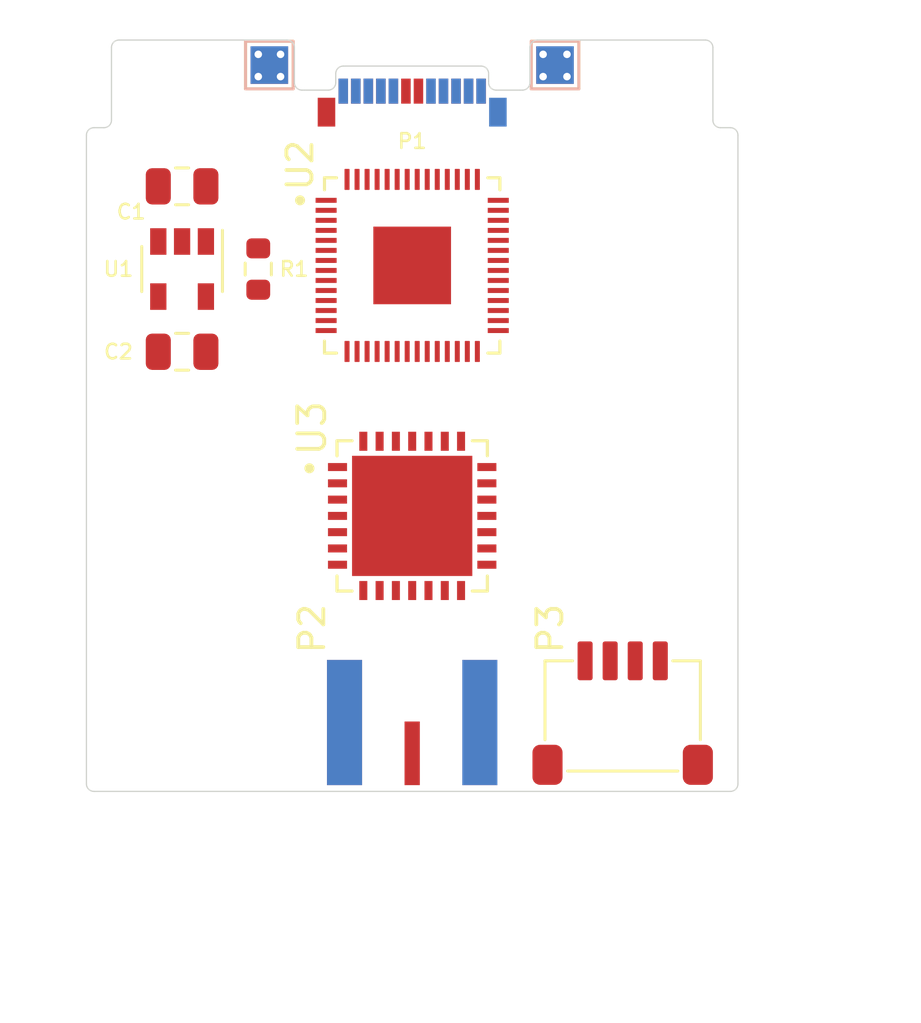
<source format=kicad_pcb>
(kicad_pcb (version 20211014) (generator pcbnew)
  (title_block (title "Expansion Card Template") (rev "X1") (company "Framework") (comment 1 "This work is licensed under a Creative Commons Attribution 4.0 International License") (comment 4 "https://frame.work"))
  (layers (0 "F.Cu" signal) (31 "B.Cu" signal) (34 "B.Paste" user) (35 "F.Paste" user) (36 "B.SilkS" user "B.Silkscreen") (37 "F.SilkS" user "F.Silkscreen") (38 "B.Mask" user) (39 "F.Mask" user) (44 "Edge.Cuts" user))
  (net 0 "")
  (net 1 "GND")
  (net 2 "+3V3")
  (net 3 "VBUS")
  (net 4 "Net-(P1-PadA5)")
  (net 5 "/USB_DP")
  (net 6 "/USB_DN")
  (net 9 "Net-(U2-Pad1)")
  (net 29 "Net-(U2-Pad23)")
  (net 69 "Net-(U3-Pad15)")
  (net 87 "Net-(P2-Pad2)")
  (footprint "Package_TO_SOT_SMD:SOT-23-5" (layer "F.Cu") (at 130.818 136.144 -90)
    (fp_text reference "U1" (at 0 2.54 180) (layer "F.SilkS") (effects (font (size 0.5842 0.5842) (thickness 0.1016))))
    (fp_text value "AP2112K-3.3")
    (fp_line (start -0.9 1.61) (end 0.9 1.61) (layer "F.SilkS") (width 0.12))
    (fp_line (start 0.9 -1.61) (end -1.55 -1.61) (layer "F.SilkS") (width 0.12))
    (pad "1" smd rect locked (at -1.1 -0.95 270) (size 1.06 0.65) (layers "F.Cu" "F.Paste" "F.Mask") (net 3 "VBUS"))
    (pad "2" smd rect locked (at -1.1 0 270) (size 1.06 0.65) (layers "F.Cu" "F.Paste" "F.Mask") (net 1 "GND"))
    (pad "3" smd rect locked (at -1.1 0.95 270) (size 1.06 0.65) (layers "F.Cu" "F.Paste" "F.Mask") (net 3 "VBUS"))
    (pad "4" smd rect locked (at 1.1 0.95 270) (size 1.06 0.65) (layers "F.Cu" "F.Paste" "F.Mask"))
    (pad "5" smd rect locked (at 1.1 -0.95 270) (size 1.06 0.65) (layers "F.Cu" "F.Paste" "F.Mask") (net 2 "+3V3"))
  )
  (footprint "Capacitor_SMD:C_0805_2012Metric" (layer "F.Cu") (at 130.818 132.842 180)
    (fp_text reference "C1" (at 2.032 -1.016) (layer "F.SilkS") (effects (font (size 0.5842 0.5842) (thickness 0.1016))))
    (fp_text value "10uF")
    (fp_line (start -0.261252 0.735) (end 0.261252 0.735) (layer "F.SilkS") (width 0.12))
    (fp_line (start -0.261252 -0.735) (end 0.261252 -0.735) (layer "F.SilkS") (width 0.12))
    (pad "1" smd roundrect locked (at -0.95 0 180) (size 1 1.45) (layers "F.Cu" "F.Paste" "F.Mask") (net 3 "VBUS"))
    (pad "2" smd roundrect locked (at 0.95 0 180) (size 1 1.45) (layers "F.Cu" "F.Paste" "F.Mask") (net 1 "GND"))
  )
  (footprint "Resistor_SMD:R_0603_1608Metric" (layer "F.Cu") (at 133.858 136.144 -90)
    (fp_text reference "R1" (at 0 -1.43 180) (layer "F.SilkS") (effects (font (size 0.5842 0.5842) (thickness 0.1016))))
    (fp_text value "5.1k")
    (fp_line (start -0.237258 -0.5225) (end 0.237258 -0.5225) (layer "F.SilkS") (width 0.12))
    (fp_line (start -0.237258 0.5225) (end 0.237258 0.5225) (layer "F.SilkS") (width 0.12))
    (pad "1" smd roundrect locked (at -0.825 0 270) (size 0.8 0.95) (layers "F.Cu" "F.Paste" "F.Mask") (net 4 "Net-(P1-PadA5)"))
    (pad "2" smd roundrect locked (at 0.825 0 270) (size 0.8 0.95) (layers "F.Cu" "F.Paste" "F.Mask") (net 1 "GND"))
  )
  (footprint "Expansion_Card:USB_C_Plug_Molex_105444" (layer "F.Cu") (at 140 129)
    (fp_text reference "P1" (at 0 2.04) (layer "F.SilkS") (effects (font (size 0.5842 0.5842) (thickness 0.1016))))
    (fp_text value "USB_C_Plug_USB2.0")
    (fp_line (start -3.35 0) (end -4.3 0) (layer "Edge.Cuts") (width 0.05))
    (fp_line (start 3.05 -0.66) (end 3.05 -0.3) (layer "Edge.Cuts") (width 0.05))
    (fp_line (start -3.05 -0.66) (end -3.05 -0.3) (layer "Edge.Cuts") (width 0.05))
    (fp_line (start 3.35 0) (end 4.3 0) (layer "Edge.Cuts") (width 0.05))
    (fp_line (start -2.75 -0.96) (end 2.75 -0.96) (layer "Edge.Cuts") (width 0.05))
    (fp_arc (start -3.05 -0.66) (mid -2.962132 -0.872132) (end -2.75 -0.96) (layer "Edge.Cuts") (width 0.05))
    (fp_arc (start -3.05 -0.3) (mid -3.137868 -0.087868) (end -3.35 0) (layer "Edge.Cuts") (width 0.05))
    (fp_arc (start 3.35 0) (mid 3.137868 -0.087868) (end 3.05 -0.3) (layer "Edge.Cuts") (width 0.05))
    (fp_arc (start 2.75 -0.96) (mid 2.962132 -0.872132) (end 3.05 -0.66) (layer "Edge.Cuts") (width 0.05))
    (pad "A1" smd rect locked (at -2.75 0.04) (size 0.38 1) (layers "F.Cu" "F.Paste" "F.Mask") (net 1 "GND"))
    (pad "A2" smd rect locked (at -2.25 0.04) (size 0.38 1) (layers "F.Cu" "F.Paste" "F.Mask"))
    (pad "A3" smd rect locked (at -1.75 0.04) (size 0.38 1) (layers "F.Cu" "F.Paste" "F.Mask"))
    (pad "A4" smd rect locked (at -1.25 0.04) (size 0.38 1) (layers "F.Cu" "F.Paste" "F.Mask") (net 3 "VBUS"))
    (pad "A5" smd rect locked (at -0.75 0.04) (size 0.38 1) (layers "F.Cu" "F.Paste" "F.Mask") (net 4 "Net-(P1-PadA5)"))
    (pad "A6" smd rect locked (at -0.25 0.04) (size 0.38 1) (layers "F.Cu" "F.Paste" "F.Mask") (net 5 "/USB_DP"))
    (pad "A7" smd rect locked (at 0.25 0.04) (size 0.38 1) (layers "F.Cu" "F.Paste" "F.Mask") (net 6 "/USB_DN"))
    (pad "A8" smd rect locked (at 0.75 0.04) (size 0.38 1) (layers "F.Cu" "F.Paste" "F.Mask"))
    (pad "A9" smd rect locked (at 1.25 0.04) (size 0.38 1) (layers "F.Cu" "F.Paste" "F.Mask") (net 3 "VBUS"))
    (pad "A10" smd rect locked (at 1.75 0.04) (size 0.38 1) (layers "F.Cu" "F.Paste" "F.Mask"))
    (pad "A11" smd rect locked (at 2.25 0.04) (size 0.38 1) (layers "F.Cu" "F.Paste" "F.Mask"))
    (pad "A12" smd rect locked (at 2.75 0.04) (size 0.38 1) (layers "F.Cu" "F.Paste" "F.Mask") (net 1 "GND"))
    (pad "B1" smd rect locked (at 2.75 0.04) (size 0.38 1) (layers "B.Cu" "B.Paste" "B.Mask") (net 1 "GND"))
    (pad "B2" smd rect locked (at 2.25 0.04) (size 0.38 1) (layers "B.Cu" "B.Paste" "B.Mask"))
    (pad "B3" smd rect locked (at 1.75 0.04) (size 0.38 1) (layers "B.Cu" "B.Paste" "B.Mask"))
    (pad "B4" smd rect locked (at 1.25 0.04) (size 0.38 1) (layers "B.Cu" "B.Paste" "B.Mask") (net 3 "VBUS"))
    (pad "B5" smd rect locked (at 0.75 0.04) (size 0.38 1) (layers "B.Cu" "B.Paste" "B.Mask"))
    (pad "B8" smd rect locked (at -0.75 0.04) (size 0.38 1) (layers "B.Cu" "B.Paste" "B.Mask"))
    (pad "B9" smd rect locked (at -1.25 0.04) (size 0.38 1) (layers "B.Cu" "B.Paste" "B.Mask") (net 3 "VBUS"))
    (pad "B10" smd rect locked (at -1.75 0.04) (size 0.38 1) (layers "B.Cu" "B.Paste" "B.Mask"))
    (pad "B11" smd rect locked (at -2.25 0.04) (size 0.38 1) (layers "B.Cu" "B.Paste" "B.Mask"))
    (pad "B12" smd rect locked (at -2.75 0.04) (size 0.38 1) (layers "B.Cu" "B.Paste" "B.Mask") (net 1 "GND"))
    (pad "S1" smd rect locked (at -3.42 0.88) (size 0.7 1.15) (layers "F.Cu" "F.Paste" "F.Mask") (net 1 "GND"))
    (pad "S1" smd rect locked (at 3.42 0.88) (size 0.7 1.15) (layers "B.Cu" "B.Paste" "B.Mask") (net 1 "GND"))
  )
  (footprint "Capacitor_SMD:C_0805_2012Metric" (layer "F.Cu") (at 130.818 139.446 180)
    (fp_text reference "C2" (at 2.54 0) (layer "F.SilkS") (effects (font (size 0.5842 0.5842) (thickness 0.1016))))
    (fp_text value "10uF")
    (fp_line (start -0.261252 -0.735) (end 0.261252 -0.735) (layer "F.SilkS") (width 0.12))
    (fp_line (start -0.261252 0.735) (end 0.261252 0.735) (layer "F.SilkS") (width 0.12))
    (pad "1" smd roundrect locked (at -0.95 0 180) (size 1 1.45) (layers "F.Cu" "F.Paste" "F.Mask") (net 2 "+3V3"))
    (pad "2" smd roundrect locked (at 0.95 0 180) (size 1 1.45) (layers "F.Cu" "F.Paste" "F.Mask") (net 1 "GND"))
  )
  (footprint "MountingHole:MountingHole_2.2mm_M2" (layer "F.Cu") (at 128.7 146.5)
    (fp_text reference "H1" hide)
    (fp_text value "MountingHole")
    (pad "" np_thru_hole circle locked (at 0 0) (size 2.2 2.2) (drill 2.2) (layers *.Cu *.Mask))
  )
  (footprint "MountingHole:MountingHole_2.2mm_M2" (layer "F.Cu") (at 151.3 146.5)
    (fp_text reference "H2" hide)
    (fp_text value "MountingHole")
    (pad "" np_thru_hole circle locked (at 0 0) (size 2.2 2.2) (drill 2.2) (layers *.Cu *.Mask))
  )
  (footprint "TestPoint:TestPoint_Pad_1.5x1.5mm" (layer "F.Cu") (at 134.3 128)
    (fp_text reference "TP1" hide)
    (fp_text value "TestPoint")
    (fp_line (start 0.95 0.95) (end -0.95 0.95) (layer "F.SilkS") (width 0.12))
    (fp_line (start -0.95 0.95) (end -0.95 -0.95) (layer "F.SilkS") (width 0.12))
    (fp_line (start -0.95 -0.95) (end 0.95 -0.95) (layer "F.SilkS") (width 0.12))
    (fp_line (start 0.95 -0.95) (end 0.95 0.95) (layer "F.SilkS") (width 0.12))
    (pad "1" smd rect locked (at 0 0) (size 1.5 1.5) (layers "F.Cu" "F.Mask") (net 1 "GND"))
  )
  (footprint "TestPoint:TestPoint_Pad_1.5x1.5mm" (layer "F.Cu") (at 145.7 128)
    (fp_text reference "TP3" hide)
    (fp_text value "TestPoint")
    (fp_line (start 0.95 0.95) (end -0.95 0.95) (layer "F.SilkS") (width 0.12))
    (fp_line (start -0.95 -0.95) (end 0.95 -0.95) (layer "F.SilkS") (width 0.12))
    (fp_line (start 0.95 -0.95) (end 0.95 0.95) (layer "F.SilkS") (width 0.12))
    (fp_line (start -0.95 0.95) (end -0.95 -0.95) (layer "F.SilkS") (width 0.12))
    (pad "1" smd rect locked (at 0 0) (size 1.5 1.5) (layers "F.Cu" "F.Mask") (net 1 "GND"))
  )
  (footprint "KKicadLib:CCSH-W10R-04" (layer "F.Cu") (at 148.4 151.78775)
    (fp_text reference "P3" (at -2.9 -1.28775 90 unlocked) (layer "F.SilkS"))
    (fp_text value "Conn_01x04_Male")
    (fp_line (start -2.2 4.4) (end 2.2 4.4) (layer "F.SilkS") (width 0.12))
    (fp_line (start 3.1 0) (end 2 0) (layer "F.SilkS") (width 0.12))
    (fp_line (start 3.1 3.15) (end 3.1 0) (layer "F.SilkS") (width 0.12))
    (fp_line (start -3.1 0) (end -3 0) (layer "F.SilkS") (width 0.12))
    (fp_line (start -3.1 3.15) (end -3.1 0) (layer "F.SilkS") (width 0.12))
    (fp_line (start -3.1 0) (end -2 0) (layer "F.SilkS") (width 0.12))
    (pad "1" smd roundrect (at -1.5 0) (size 0.6 1.551) (layers "F.Cu" "F.Paste" "F.Mask") (roundrect_rratio 0.15))
    (pad "2" smd roundrect (at -0.5 0) (size 0.6 1.551) (layers "F.Cu" "F.Paste" "F.Mask") (roundrect_rratio 0.15))
    (pad "3" smd roundrect (at 0.5 0) (size 0.6 1.551) (layers "F.Cu" "F.Paste" "F.Mask") (roundrect_rratio 0.15))
    (pad "4" smd roundrect (at 1.5 0) (size 0.6 1.551) (layers "F.Cu" "F.Paste" "F.Mask") (roundrect_rratio 0.15))
    (pad "MECH" smd roundrect (at -3 4.15) (size 1.2 1.6) (layers "F.Cu" "F.Paste" "F.Mask"))
    (pad "MECH" smd roundrect (at 3 4.15) (size 1.2 1.6) (layers "F.Cu" "F.Paste" "F.Mask"))
  )
  (footprint "KKicadLib:SMA_Female_Edge_60312202114513" (layer "F.Cu") (at 140 156.75)
    (property "VALUE" "60312202114513")
    (fp_text reference "P2" (at -4 -6.25 90) (layer "F.SilkS"))
    (fp_text value "SMA Jack, Female")
    (pad "1" smd rect (at 0 -1.27) (size 0.61 2.54) (layers "F.Cu" "F.Paste" "F.Mask"))
    (pad "2" smd rect (at -2.7 -2.5) (size 1.4 5) (layers "F.Cu" "F.Paste" "F.Mask") (net 87 "Net-(P2-Pad2)"))
    (pad "3" smd rect (at 2.7 -2.5) (size 1.4 5) (layers "F.Cu" "F.Paste" "F.Mask") (net 87 "Net-(P2-Pad2)"))
    (pad "4" smd rect (at -2.7 -2.5) (size 1.4 5) (layers "B.Cu" "B.Paste" "B.Mask") (net 87 "Net-(P2-Pad2)"))
    (pad "5" smd rect (at 2.7 -2.5) (size 1.4 5) (layers "B.Cu" "B.Paste" "B.Mask") (net 87 "Net-(P2-Pad2)"))
  )
  (footprint "KKicadLib:QFN40P700X700X90-57N" (layer "F.Cu") (at 140 136)
    (fp_text reference "U2" (at -4.475 -4 90) (layer "F.SilkS"))
    (fp_text value "RP2040TR7")
    (fp_line (start 3.5 3.5) (end 3.5 3.02) (layer "F.SilkS") (width 0.127))
    (fp_line (start -3.5 -3.5) (end -3.02 -3.5) (layer "F.SilkS") (width 0.127))
    (fp_line (start 3.5 3.5) (end 3.02 3.5) (layer "F.SilkS") (width 0.127))
    (fp_line (start 3.5 -3.5) (end 3.5 -3.02) (layer "F.SilkS") (width 0.127))
    (fp_line (start -3.5 3.5) (end -3.02 3.5) (layer "F.SilkS") (width 0.127))
    (fp_line (start -3.5 -3.5) (end -3.5 -3.02) (layer "F.SilkS") (width 0.127))
    (fp_line (start -3.5 3.5) (end -3.5 3.02) (layer "F.SilkS") (width 0.127))
    (fp_line (start 3.5 -3.5) (end 3.02 -3.5) (layer "F.SilkS") (width 0.127))
    (fp_circle (center -4.475 -2.6) (end -4.375 -2.6) (layer "F.SilkS") (width 0.2) (fill none))
    (pad "1" smd roundrect (at -3.435 -2.6) (size 0.84 0.2) (layers "F.Cu" "F.Paste" "F.Mask") (roundrect_rratio 0.03) (net 9 "Net-(U2-Pad1)"))
    (pad "2" smd roundrect (at -3.435 -2.2) (size 0.84 0.2) (layers "F.Cu" "F.Paste" "F.Mask") (roundrect_rratio 0.03))
    (pad "3" smd roundrect (at -3.435 -1.8) (size 0.84 0.2) (layers "F.Cu" "F.Paste" "F.Mask") (roundrect_rratio 0.03))
    (pad "4" smd roundrect (at -3.435 -1.4) (size 0.84 0.2) (layers "F.Cu" "F.Paste" "F.Mask") (roundrect_rratio 0.03))
    (pad "5" smd roundrect (at -3.435 -1) (size 0.84 0.2) (layers "F.Cu" "F.Paste" "F.Mask") (roundrect_rratio 0.03))
    (pad "6" smd roundrect (at -3.435 -0.6) (size 0.84 0.2) (layers "F.Cu" "F.Paste" "F.Mask") (roundrect_rratio 0.03))
    (pad "7" smd roundrect (at -3.435 -0.2) (size 0.84 0.2) (layers "F.Cu" "F.Paste" "F.Mask") (roundrect_rratio 0.03))
    (pad "8" smd roundrect (at -3.435 0.2) (size 0.84 0.2) (layers "F.Cu" "F.Paste" "F.Mask") (roundrect_rratio 0.03))
    (pad "9" smd roundrect (at -3.435 0.6) (size 0.84 0.2) (layers "F.Cu" "F.Paste" "F.Mask") (roundrect_rratio 0.03))
    (pad "10" smd roundrect (at -3.435 1) (size 0.84 0.2) (layers "F.Cu" "F.Paste" "F.Mask") (roundrect_rratio 0.03) (net 9 "Net-(U2-Pad1)"))
    (pad "11" smd roundrect (at -3.435 1.4) (size 0.84 0.2) (layers "F.Cu" "F.Paste" "F.Mask") (roundrect_rratio 0.03))
    (pad "12" smd roundrect (at -3.435 1.8) (size 0.84 0.2) (layers "F.Cu" "F.Paste" "F.Mask") (roundrect_rratio 0.03))
    (pad "13" smd roundrect (at -3.435 2.2) (size 0.84 0.2) (layers "F.Cu" "F.Paste" "F.Mask") (roundrect_rratio 0.03))
    (pad "14" smd roundrect (at -3.435 2.6) (size 0.84 0.2) (layers "F.Cu" "F.Paste" "F.Mask") (roundrect_rratio 0.03))
    (pad "15" smd roundrect (at -2.6 3.435) (size 0.2 0.84) (layers "F.Cu" "F.Paste" "F.Mask") (roundrect_rratio 0.1))
    (pad "16" smd roundrect (at -2.2 3.435) (size 0.2 0.84) (layers "F.Cu" "F.Paste" "F.Mask") (roundrect_rratio 0.1))
    (pad "17" smd roundrect (at -1.8 3.435) (size 0.2 0.84) (layers "F.Cu" "F.Paste" "F.Mask") (roundrect_rratio 0.1))
    (pad "18" smd roundrect (at -1.4 3.435) (size 0.2 0.84) (layers "F.Cu" "F.Paste" "F.Mask") (roundrect_rratio 0.1))
    (pad "19" smd roundrect (at -1 3.435) (size 0.2 0.84) (layers "F.Cu" "F.Paste" "F.Mask") (roundrect_rratio 0.1))
    (pad "20" smd roundrect (at -0.6 3.435) (size 0.2 0.84) (layers "F.Cu" "F.Paste" "F.Mask") (roundrect_rratio 0.1))
    (pad "21" smd roundrect (at -0.2 3.435) (size 0.2 0.84) (layers "F.Cu" "F.Paste" "F.Mask") (roundrect_rratio 0.1))
    (pad "22" smd roundrect (at 0.2 3.435) (size 0.2 0.84) (layers "F.Cu" "F.Paste" "F.Mask") (roundrect_rratio 0.1) (net 9 "Net-(U2-Pad1)"))
    (pad "23" smd roundrect (at 0.6 3.435) (size 0.2 0.84) (layers "F.Cu" "F.Paste" "F.Mask") (roundrect_rratio 0.1) (net 29 "Net-(U2-Pad23)"))
    (pad "24" smd roundrect (at 1 3.435) (size 0.2 0.84) (layers "F.Cu" "F.Paste" "F.Mask") (roundrect_rratio 0.1))
    (pad "25" smd roundrect (at 1.4 3.435) (size 0.2 0.84) (layers "F.Cu" "F.Paste" "F.Mask") (roundrect_rratio 0.1))
    (pad "26" smd roundrect (at 1.8 3.435) (size 0.2 0.84) (layers "F.Cu" "F.Paste" "F.Mask") (roundrect_rratio 0.1))
    (pad "27" smd roundrect (at 2.2 3.435) (size 0.2 0.84) (layers "F.Cu" "F.Paste" "F.Mask") (roundrect_rratio 0.1))
    (pad "28" smd roundrect (at 2.6 3.435) (size 0.2 0.84) (layers "F.Cu" "F.Paste" "F.Mask") (roundrect_rratio 0.1))
    (pad "29" smd roundrect (at 3.435 2.6) (size 0.84 0.2) (layers "F.Cu" "F.Paste" "F.Mask") (roundrect_rratio 0.03))
    (pad "30" smd roundrect (at 3.435 2.2) (size 0.84 0.2) (layers "F.Cu" "F.Paste" "F.Mask") (roundrect_rratio 0.03))
    (pad "31" smd roundrect (at 3.435 1.8) (size 0.84 0.2) (layers "F.Cu" "F.Paste" "F.Mask") (roundrect_rratio 0.03))
    (pad "32" smd roundrect (at 3.435 1.4) (size 0.84 0.2) (layers "F.Cu" "F.Paste" "F.Mask") (roundrect_rratio 0.03))
    (pad "33" smd roundrect (at 3.435 1) (size 0.84 0.2) (layers "F.Cu" "F.Paste" "F.Mask") (roundrect_rratio 0.03) (net 9 "Net-(U2-Pad1)"))
    (pad "34" smd roundrect (at 3.435 0.6) (size 0.84 0.2) (layers "F.Cu" "F.Paste" "F.Mask") (roundrect_rratio 0.03))
    (pad "35" smd roundrect (at 3.435 0.2) (size 0.84 0.2) (layers "F.Cu" "F.Paste" "F.Mask") (roundrect_rratio 0.03))
    (pad "36" smd roundrect (at 3.435 -0.2) (size 0.84 0.2) (layers "F.Cu" "F.Paste" "F.Mask") (roundrect_rratio 0.03))
    (pad "37" smd roundrect (at 3.435 -0.6) (size 0.84 0.2) (layers "F.Cu" "F.Paste" "F.Mask") (roundrect_rratio 0.03))
    (pad "38" smd roundrect (at 3.435 -1) (size 0.84 0.2) (layers "F.Cu" "F.Paste" "F.Mask") (roundrect_rratio 0.03))
    (pad "39" smd roundrect (at 3.435 -1.4) (size 0.84 0.2) (layers "F.Cu" "F.Paste" "F.Mask") (roundrect_rratio 0.03))
    (pad "40" smd roundrect (at 3.435 -1.8) (size 0.84 0.2) (layers "F.Cu" "F.Paste" "F.Mask") (roundrect_rratio 0.03))
    (pad "41" smd roundrect (at 3.435 -2.2) (size 0.84 0.2) (layers "F.Cu" "F.Paste" "F.Mask") (roundrect_rratio 0.03))
    (pad "42" smd roundrect (at 3.435 -2.6) (size 0.84 0.2) (layers "F.Cu" "F.Paste" "F.Mask") (roundrect_rratio 0.03) (net 9 "Net-(U2-Pad1)"))
    (pad "43" smd roundrect (at 2.6 -3.435) (size 0.2 0.84) (layers "F.Cu" "F.Paste" "F.Mask") (roundrect_rratio 0.1))
    (pad "44" smd roundrect (at 2.2 -3.435) (size 0.2 0.84) (layers "F.Cu" "F.Paste" "F.Mask") (roundrect_rratio 0.1))
    (pad "45" smd roundrect (at 1.8 -3.435) (size 0.2 0.84) (layers "F.Cu" "F.Paste" "F.Mask") (roundrect_rratio 0.1))
    (pad "46" smd roundrect (at 1.4 -3.435) (size 0.2 0.84) (layers "F.Cu" "F.Paste" "F.Mask") (roundrect_rratio 0.1))
    (pad "47" smd roundrect (at 1 -3.435) (size 0.2 0.84) (layers "F.Cu" "F.Paste" "F.Mask") (roundrect_rratio 0.1))
    (pad "48" smd roundrect (at 0.6 -3.435) (size 0.2 0.84) (layers "F.Cu" "F.Paste" "F.Mask") (roundrect_rratio 0.1))
    (pad "49" smd roundrect (at 0.2 -3.435) (size 0.2 0.84) (layers "F.Cu" "F.Paste" "F.Mask") (roundrect_rratio 0.1) (net 9 "Net-(U2-Pad1)"))
    (pad "50" smd roundrect (at -0.2 -3.435) (size 0.2 0.84) (layers "F.Cu" "F.Paste" "F.Mask") (roundrect_rratio 0.1) (net 29 "Net-(U2-Pad23)"))
    (pad "51" smd roundrect (at -0.6 -3.435) (size 0.2 0.84) (layers "F.Cu" "F.Paste" "F.Mask") (roundrect_rratio 0.1))
    (pad "52" smd roundrect (at -1 -3.435) (size 0.2 0.84) (layers "F.Cu" "F.Paste" "F.Mask") (roundrect_rratio 0.1))
    (pad "53" smd roundrect (at -1.4 -3.435) (size 0.2 0.84) (layers "F.Cu" "F.Paste" "F.Mask") (roundrect_rratio 0.1))
    (pad "54" smd roundrect (at -1.8 -3.435) (size 0.2 0.84) (layers "F.Cu" "F.Paste" "F.Mask") (roundrect_rratio 0.1))
    (pad "55" smd roundrect (at -2.2 -3.435) (size 0.2 0.84) (layers "F.Cu" "F.Paste" "F.Mask") (roundrect_rratio 0.1))
    (pad "56" smd roundrect (at -2.6 -3.435) (size 0.2 0.84) (layers "F.Cu" "F.Paste" "F.Mask") (roundrect_rratio 0.1))
    (pad "57" smd rect (at 0 0) (size 3.1 3.1) (layers "F.Cu" "F.Mask"))
  )
  (footprint "KKicadLib:QFN65P600X600X100-29N" (layer "F.Cu") (at 140 146)
    (fp_text reference "U3" (at -4 -3.5 90) (layer "F.SilkS") (effects (font (size 1.079764 1.079764))))
    (fp_text value "SX1276IMLTRT")
    (fp_line (start -3 -3) (end -3 -2.4) (layer "F.SilkS") (width 0.127))
    (fp_line (start 3 3) (end 3 2.4) (layer "F.SilkS") (width 0.127))
    (fp_line (start 3 3) (end 2.4 3) (layer "F.SilkS") (width 0.127))
    (fp_line (start -3 3) (end -2.4 3) (layer "F.SilkS") (width 0.127))
    (fp_line (start -3 3) (end -3 2.4) (layer "F.SilkS") (width 0.127))
    (fp_line (start -3 -3) (end -2.4 -3) (layer "F.SilkS") (width 0.127))
    (fp_line (start 3 -3) (end 2.4 -3) (layer "F.SilkS") (width 0.127))
    (fp_line (start 3 -3) (end 3 -2.4) (layer "F.SilkS") (width 0.127))
    (fp_circle (center -4.1 -1.9) (end -4 -1.9) (layer "F.SilkS") (width 0.2) (fill none))
    (pad "1" smd rect locked (at -2.98 -1.95) (size 0.76 0.32) (layers "F.Cu" "F.Paste" "F.Mask"))
    (pad "2" smd rect locked (at -2.98 -1.3) (size 0.76 0.32) (layers "F.Cu" "F.Paste" "F.Mask"))
    (pad "3" smd rect locked (at -2.98 -0.65) (size 0.76 0.32) (layers "F.Cu" "F.Paste" "F.Mask"))
    (pad "4" smd rect locked (at -2.98 0) (size 0.76 0.32) (layers "F.Cu" "F.Paste" "F.Mask"))
    (pad "5" smd rect locked (at -2.98 0.65) (size 0.76 0.32) (layers "F.Cu" "F.Paste" "F.Mask"))
    (pad "6" smd rect locked (at -2.98 1.3) (size 0.76 0.32) (layers "F.Cu" "F.Paste" "F.Mask"))
    (pad "7" smd rect locked (at -2.98 1.95) (size 0.76 0.32) (layers "F.Cu" "F.Paste" "F.Mask"))
    (pad "8" smd rect locked (at -1.95 2.98 270) (size 0.76 0.32) (layers "F.Cu" "F.Paste" "F.Mask"))
    (pad "9" smd rect locked (at -1.3 2.98 270) (size 0.76 0.32) (layers "F.Cu" "F.Paste" "F.Mask"))
    (pad "10" smd rect locked (at -0.65 2.98 270) (size 0.76 0.32) (layers "F.Cu" "F.Paste" "F.Mask"))
    (pad "11" smd rect locked (at 0 2.98 270) (size 0.76 0.32) (layers "F.Cu" "F.Paste" "F.Mask"))
    (pad "12" smd rect locked (at 0.65 2.98 270) (size 0.76 0.32) (layers "F.Cu" "F.Paste" "F.Mask"))
    (pad "13" smd rect locked (at 1.3 2.98 270) (size 0.76 0.32) (layers "F.Cu" "F.Paste" "F.Mask"))
    (pad "14" smd rect locked (at 1.95 2.98 270) (size 0.76 0.32) (layers "F.Cu" "F.Paste" "F.Mask"))
    (pad "15" smd rect locked (at 2.98 1.95 180) (size 0.76 0.32) (layers "F.Cu" "F.Paste" "F.Mask") (net 69 "Net-(U3-Pad15)"))
    (pad "16" smd rect locked (at 2.98 1.3 180) (size 0.76 0.32) (layers "F.Cu" "F.Paste" "F.Mask"))
    (pad "17" smd rect locked (at 2.98 0.65 180) (size 0.76 0.32) (layers "F.Cu" "F.Paste" "F.Mask"))
    (pad "18" smd rect locked (at 2.98 0 180) (size 0.76 0.32) (layers "F.Cu" "F.Paste" "F.Mask"))
    (pad "19" smd rect locked (at 2.98 -0.65 180) (size 0.76 0.32) (layers "F.Cu" "F.Paste" "F.Mask"))
    (pad "20" smd rect locked (at 2.98 -1.3 180) (size 0.76 0.32) (layers "F.Cu" "F.Paste" "F.Mask"))
    (pad "21" smd rect locked (at 2.98 -1.95 180) (size 0.76 0.32) (layers "F.Cu" "F.Paste" "F.Mask"))
    (pad "22" smd rect locked (at 1.95 -2.98 90) (size 0.76 0.32) (layers "F.Cu" "F.Paste" "F.Mask"))
    (pad "23" smd rect locked (at 1.3 -2.98 90) (size 0.76 0.32) (layers "F.Cu" "F.Paste" "F.Mask") (net 69 "Net-(U3-Pad15)"))
    (pad "24" smd rect locked (at 0.65 -2.98 90) (size 0.76 0.32) (layers "F.Cu" "F.Paste" "F.Mask"))
    (pad "25" smd rect locked (at 0 -2.98 90) (size 0.76 0.32) (layers "F.Cu" "F.Paste" "F.Mask"))
    (pad "26" smd rect locked (at -0.65 -2.98 90) (size 0.76 0.32) (layers "F.Cu" "F.Paste" "F.Mask") (net 69 "Net-(U3-Pad15)"))
    (pad "27" smd rect locked (at -1.3 -2.98 90) (size 0.76 0.32) (layers "F.Cu" "F.Paste" "F.Mask"))
    (pad "28" smd rect locked (at -1.95 -2.98 90) (size 0.76 0.32) (layers "F.Cu" "F.Paste" "F.Mask"))
    (pad "29" smd rect locked (at 0 0) (size 4.8 4.8) (layers "F.Cu" "F.Mask") (net 69 "Net-(U3-Pad15)"))
  )
  (footprint "TestPoint:TestPoint_Pad_1.5x1.5mm" (layer "B.Cu") (at 134.3 128)
    (fp_text reference "TP2" hide)
    (fp_text value "TestPoint")
    (fp_line (start -0.95 -0.95) (end -0.95 0.95) (layer "B.SilkS") (width 0.12))
    (fp_line (start -0.95 0.95) (end 0.95 0.95) (layer "B.SilkS") (width 0.12))
    (fp_line (start 0.95 -0.95) (end -0.95 -0.95) (layer "B.SilkS") (width 0.12))
    (fp_line (start 0.95 0.95) (end 0.95 -0.95) (layer "B.SilkS") (width 0.12))
    (pad "1" smd rect locked (at 0 0) (size 1.5 1.5) (layers "B.Cu" "B.Mask") (net 1 "GND"))
  )
  (footprint "TestPoint:TestPoint_Pad_1.5x1.5mm" (layer "B.Cu") (at 145.7 128)
    (fp_text reference "TP4" hide)
    (fp_text value "TestPoint")
    (fp_line (start -0.95 0.95) (end 0.95 0.95) (layer "B.SilkS") (width 0.12))
    (fp_line (start -0.95 -0.95) (end -0.95 0.95) (layer "B.SilkS") (width 0.12))
    (fp_line (start 0.95 0.95) (end 0.95 -0.95) (layer "B.SilkS") (width 0.12))
    (fp_line (start 0.95 -0.95) (end -0.95 -0.95) (layer "B.SilkS") (width 0.12))
    (pad "1" smd rect locked (at 0 0) (size 1.5 1.5) (layers "B.Cu" "B.Mask") (net 1 "GND"))
  )
  (gr_line (start 153 130.8) (end 153 156.7) (layer "Edge.Cuts") (width 0.05))
  (gr_line (start 127.3 157) (end 152.7 157) (layer "Edge.Cuts") (width 0.05))
  (gr_arc (start 144.7 128.7) (mid 144.612132 128.912132) (end 144.4 129) (layer "Edge.Cuts") (width 0.05))
  (gr_arc (start 135 127) (mid 135.212132 127.087868) (end 135.3 127.3) (layer "Edge.Cuts") (width 0.05))
  (gr_line (start 144.7 128.7) (end 144.7 127.3) (layer "Edge.Cuts") (width 0.05))
  (gr_arc (start 144.7 127.3) (mid 144.787868 127.087868) (end 145 127) (layer "Edge.Cuts") (width 0.05))
  (gr_line (start 135 127) (end 128.3 127) (layer "Edge.Cuts") (width 0.05))
  (gr_line (start 145 127) (end 151.7 127) (layer "Edge.Cuts") (width 0.05))
  (gr_arc (start 127.3 157) (mid 127.087868 156.912132) (end 127 156.7) (layer "Edge.Cuts") (width 0.05))
  (gr_line (start 144.3 129) (end 144.4 129) (layer "Edge.Cuts") (width 0.05))
  (gr_arc (start 128 127.3) (mid 128.087868 127.087868) (end 128.3 127) (layer "Edge.Cuts") (width 0.05))
  (gr_line (start 128 130.2) (end 128 127.3) (layer "Edge.Cuts") (width 0.05))
  (gr_arc (start 128 130.2) (mid 127.912132 130.412132) (end 127.7 130.5) (layer "Edge.Cuts") (width 0.05))
  (gr_arc (start 127 130.8) (mid 127.087868 130.587868) (end 127.3 130.5) (layer "Edge.Cuts") (width 0.05))
  (gr_line (start 127.3 130.5) (end 127.7 130.5) (layer "Edge.Cuts") (width 0.05))
  (gr_line (start 152 130.2) (end 152 127.3) (layer "Edge.Cuts") (width 0.05))
  (gr_arc (start 152.7 130.5) (mid 152.912132 130.587868) (end 153 130.8) (layer "Edge.Cuts") (width 0.05))
  (gr_arc (start 152.3 130.5) (mid 152.087868 130.412132) (end 152 130.2) (layer "Edge.Cuts") (width 0.05))
  (gr_line (start 152.3 130.5) (end 152.7 130.5) (layer "Edge.Cuts") (width 0.05))
  (gr_line (start 127 130.8) (end 127 156.7) (layer "Edge.Cuts") (width 0.05))
  (gr_arc (start 153 156.7) (mid 152.912132 156.912132) (end 152.7 157) (layer "Edge.Cuts") (width 0.05))
  (gr_line (start 135.3 128.7) (end 135.3 127.3) (layer "Edge.Cuts") (width 0.05))
  (gr_line (start 135.6 129) (end 135.7 129) (layer "Edge.Cuts") (width 0.05))
  (gr_arc (start 151.7 127) (mid 151.912132 127.087868) (end 152 127.3) (layer "Edge.Cuts") (width 0.05))
  (gr_arc (start 135.6 129) (mid 135.387868 128.912132) (end 135.3 128.7) (layer "Edge.Cuts") (width 0.05))
  (via (at 133.858 127.5715) (size 0.5) (drill 0.3) (layers "F.Cu" "B.Cu") (net 1))
  (via (at 133.858 128.4605) (size 0.5) (drill 0.3) (layers "F.Cu" "B.Cu") (net 1))
  (via (at 146.177 127.5715) (size 0.5) (drill 0.3) (layers "F.Cu" "B.Cu") (net 1))
  (via (at 146.177 128.4605) (size 0.5) (drill 0.3) (layers "F.Cu" "B.Cu") (net 1))
  (via (at 145.2245 127.5715) (size 0.5) (drill 0.3) (layers "F.Cu" "B.Cu") (net 1))
  (via (at 145.2245 128.4605) (size 0.5) (drill 0.3) (layers "F.Cu" "B.Cu") (net 1))
  (via (at 134.747 127.5715) (size 0.5) (drill 0.3) (layers "F.Cu" "B.Cu") (net 1))
  (via (at 134.747 128.4605) (size 0.5) (drill 0.3) (layers "F.Cu" "B.Cu") (net 1))
)
</source>
